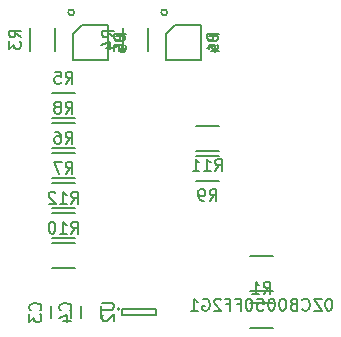
<source format=gbo>
G04 #@! TF.FileFunction,Legend,Bot*
%FSLAX46Y46*%
G04 Gerber Fmt 4.6, Leading zero omitted, Abs format (unit mm)*
G04 Created by KiCad (PCBNEW 4.0.2-4+6225~38~ubuntu14.04.1-stable) date Mon 25 Apr 2016 04:48:21 PM EDT*
%MOMM*%
G01*
G04 APERTURE LIST*
%ADD10C,0.100000*%
%ADD11C,0.150000*%
%ADD12C,0.203200*%
%ADD13C,0.152400*%
G04 APERTURE END LIST*
D10*
D11*
X180070000Y-101649000D02*
X178070000Y-101649000D01*
X178070000Y-104599000D02*
X180070000Y-104599000D01*
X161202000Y-106926000D02*
X161202000Y-105926000D01*
X162902000Y-105926000D02*
X162902000Y-106926000D01*
X163742000Y-106926000D02*
X163742000Y-105926000D01*
X165442000Y-105926000D02*
X165442000Y-106926000D01*
X178070000Y-107755000D02*
X180070000Y-107755000D01*
X180070000Y-105605000D02*
X178070000Y-105605000D01*
X161603000Y-84312000D02*
X161603000Y-82312000D01*
X159453000Y-82312000D02*
X159453000Y-84312000D01*
X169477000Y-84312000D02*
X169477000Y-82312000D01*
X167327000Y-82312000D02*
X167327000Y-84312000D01*
X161306000Y-89975000D02*
X163306000Y-89975000D01*
X163306000Y-87825000D02*
X161306000Y-87825000D01*
X161306000Y-95055000D02*
X163306000Y-95055000D01*
X163306000Y-92905000D02*
X161306000Y-92905000D01*
X161306000Y-97595000D02*
X163306000Y-97595000D01*
X163306000Y-95445000D02*
X161306000Y-95445000D01*
X161306000Y-92515000D02*
X163306000Y-92515000D01*
X163306000Y-90365000D02*
X161306000Y-90365000D01*
X175498000Y-93159000D02*
X173498000Y-93159000D01*
X173498000Y-95309000D02*
X175498000Y-95309000D01*
X161306000Y-102675000D02*
X163306000Y-102675000D01*
X163306000Y-100525000D02*
X161306000Y-100525000D01*
X175498000Y-90619000D02*
X173498000Y-90619000D01*
X173498000Y-92769000D02*
X175498000Y-92769000D01*
X161306000Y-100135000D02*
X163306000Y-100135000D01*
X163306000Y-97985000D02*
X161306000Y-97985000D01*
X167056000Y-106126000D02*
G75*
G03X167056000Y-106126000I-100000J0D01*
G01*
X167206000Y-106676000D02*
X167206000Y-106176000D01*
X170106000Y-106676000D02*
X167206000Y-106676000D01*
X170106000Y-106176000D02*
X170106000Y-106676000D01*
X167206000Y-106176000D02*
X170106000Y-106176000D01*
D12*
X163195000Y-81026000D02*
G75*
G03X163195000Y-81026000I-254000J0D01*
G01*
X164092000Y-82066000D02*
X163892000Y-82066000D01*
X163892000Y-82066000D02*
X163092000Y-82866000D01*
X163092000Y-82866000D02*
X163092000Y-83066000D01*
X166092000Y-82066000D02*
X164092000Y-82066000D01*
X166092000Y-82066000D02*
X166092000Y-85066000D01*
X166092000Y-85066000D02*
X163092000Y-85066000D01*
X163092000Y-85066000D02*
X163092000Y-83066000D01*
X171069000Y-81026000D02*
G75*
G03X171069000Y-81026000I-254000J0D01*
G01*
X171966000Y-82066000D02*
X171766000Y-82066000D01*
X171766000Y-82066000D02*
X170966000Y-82866000D01*
X170966000Y-82866000D02*
X170966000Y-83066000D01*
X173966000Y-82066000D02*
X171966000Y-82066000D01*
X173966000Y-82066000D02*
X173966000Y-85066000D01*
X173966000Y-85066000D02*
X170966000Y-85066000D01*
X170966000Y-85066000D02*
X170966000Y-83066000D01*
D11*
X184808096Y-105276381D02*
X184712857Y-105276381D01*
X184617619Y-105324000D01*
X184570000Y-105371619D01*
X184522381Y-105466857D01*
X184474762Y-105657333D01*
X184474762Y-105895429D01*
X184522381Y-106085905D01*
X184570000Y-106181143D01*
X184617619Y-106228762D01*
X184712857Y-106276381D01*
X184808096Y-106276381D01*
X184903334Y-106228762D01*
X184950953Y-106181143D01*
X184998572Y-106085905D01*
X185046191Y-105895429D01*
X185046191Y-105657333D01*
X184998572Y-105466857D01*
X184950953Y-105371619D01*
X184903334Y-105324000D01*
X184808096Y-105276381D01*
X184141429Y-105276381D02*
X183474762Y-105276381D01*
X184141429Y-106276381D01*
X183474762Y-106276381D01*
X182522381Y-106181143D02*
X182570000Y-106228762D01*
X182712857Y-106276381D01*
X182808095Y-106276381D01*
X182950953Y-106228762D01*
X183046191Y-106133524D01*
X183093810Y-106038286D01*
X183141429Y-105847810D01*
X183141429Y-105704952D01*
X183093810Y-105514476D01*
X183046191Y-105419238D01*
X182950953Y-105324000D01*
X182808095Y-105276381D01*
X182712857Y-105276381D01*
X182570000Y-105324000D01*
X182522381Y-105371619D01*
X181760476Y-105752571D02*
X181617619Y-105800190D01*
X181570000Y-105847810D01*
X181522381Y-105943048D01*
X181522381Y-106085905D01*
X181570000Y-106181143D01*
X181617619Y-106228762D01*
X181712857Y-106276381D01*
X182093810Y-106276381D01*
X182093810Y-105276381D01*
X181760476Y-105276381D01*
X181665238Y-105324000D01*
X181617619Y-105371619D01*
X181570000Y-105466857D01*
X181570000Y-105562095D01*
X181617619Y-105657333D01*
X181665238Y-105704952D01*
X181760476Y-105752571D01*
X182093810Y-105752571D01*
X180903334Y-105276381D02*
X180808095Y-105276381D01*
X180712857Y-105324000D01*
X180665238Y-105371619D01*
X180617619Y-105466857D01*
X180570000Y-105657333D01*
X180570000Y-105895429D01*
X180617619Y-106085905D01*
X180665238Y-106181143D01*
X180712857Y-106228762D01*
X180808095Y-106276381D01*
X180903334Y-106276381D01*
X180998572Y-106228762D01*
X181046191Y-106181143D01*
X181093810Y-106085905D01*
X181141429Y-105895429D01*
X181141429Y-105657333D01*
X181093810Y-105466857D01*
X181046191Y-105371619D01*
X180998572Y-105324000D01*
X180903334Y-105276381D01*
X179950953Y-105276381D02*
X179855714Y-105276381D01*
X179760476Y-105324000D01*
X179712857Y-105371619D01*
X179665238Y-105466857D01*
X179617619Y-105657333D01*
X179617619Y-105895429D01*
X179665238Y-106085905D01*
X179712857Y-106181143D01*
X179760476Y-106228762D01*
X179855714Y-106276381D01*
X179950953Y-106276381D01*
X180046191Y-106228762D01*
X180093810Y-106181143D01*
X180141429Y-106085905D01*
X180189048Y-105895429D01*
X180189048Y-105657333D01*
X180141429Y-105466857D01*
X180093810Y-105371619D01*
X180046191Y-105324000D01*
X179950953Y-105276381D01*
X178712857Y-105276381D02*
X179189048Y-105276381D01*
X179236667Y-105752571D01*
X179189048Y-105704952D01*
X179093810Y-105657333D01*
X178855714Y-105657333D01*
X178760476Y-105704952D01*
X178712857Y-105752571D01*
X178665238Y-105847810D01*
X178665238Y-106085905D01*
X178712857Y-106181143D01*
X178760476Y-106228762D01*
X178855714Y-106276381D01*
X179093810Y-106276381D01*
X179189048Y-106228762D01*
X179236667Y-106181143D01*
X178046191Y-105276381D02*
X177950952Y-105276381D01*
X177855714Y-105324000D01*
X177808095Y-105371619D01*
X177760476Y-105466857D01*
X177712857Y-105657333D01*
X177712857Y-105895429D01*
X177760476Y-106085905D01*
X177808095Y-106181143D01*
X177855714Y-106228762D01*
X177950952Y-106276381D01*
X178046191Y-106276381D01*
X178141429Y-106228762D01*
X178189048Y-106181143D01*
X178236667Y-106085905D01*
X178284286Y-105895429D01*
X178284286Y-105657333D01*
X178236667Y-105466857D01*
X178189048Y-105371619D01*
X178141429Y-105324000D01*
X178046191Y-105276381D01*
X176950952Y-105752571D02*
X177284286Y-105752571D01*
X177284286Y-106276381D02*
X177284286Y-105276381D01*
X176808095Y-105276381D01*
X176093809Y-105752571D02*
X176427143Y-105752571D01*
X176427143Y-106276381D02*
X176427143Y-105276381D01*
X175950952Y-105276381D01*
X175617619Y-105371619D02*
X175570000Y-105324000D01*
X175474762Y-105276381D01*
X175236666Y-105276381D01*
X175141428Y-105324000D01*
X175093809Y-105371619D01*
X175046190Y-105466857D01*
X175046190Y-105562095D01*
X175093809Y-105704952D01*
X175665238Y-106276381D01*
X175046190Y-106276381D01*
X174093809Y-105324000D02*
X174189047Y-105276381D01*
X174331904Y-105276381D01*
X174474762Y-105324000D01*
X174570000Y-105419238D01*
X174617619Y-105514476D01*
X174665238Y-105704952D01*
X174665238Y-105847810D01*
X174617619Y-106038286D01*
X174570000Y-106133524D01*
X174474762Y-106228762D01*
X174331904Y-106276381D01*
X174236666Y-106276381D01*
X174093809Y-106228762D01*
X174046190Y-106181143D01*
X174046190Y-105847810D01*
X174236666Y-105847810D01*
X173093809Y-106276381D02*
X173665238Y-106276381D01*
X173379524Y-106276381D02*
X173379524Y-105276381D01*
X173474762Y-105419238D01*
X173570000Y-105514476D01*
X173665238Y-105562095D01*
X160309143Y-106259334D02*
X160356762Y-106211715D01*
X160404381Y-106068858D01*
X160404381Y-105973620D01*
X160356762Y-105830762D01*
X160261524Y-105735524D01*
X160166286Y-105687905D01*
X159975810Y-105640286D01*
X159832952Y-105640286D01*
X159642476Y-105687905D01*
X159547238Y-105735524D01*
X159452000Y-105830762D01*
X159404381Y-105973620D01*
X159404381Y-106068858D01*
X159452000Y-106211715D01*
X159499619Y-106259334D01*
X159404381Y-106592667D02*
X159404381Y-107211715D01*
X159785333Y-106878381D01*
X159785333Y-107021239D01*
X159832952Y-107116477D01*
X159880571Y-107164096D01*
X159975810Y-107211715D01*
X160213905Y-107211715D01*
X160309143Y-107164096D01*
X160356762Y-107116477D01*
X160404381Y-107021239D01*
X160404381Y-106735524D01*
X160356762Y-106640286D01*
X160309143Y-106592667D01*
X162849143Y-106259334D02*
X162896762Y-106211715D01*
X162944381Y-106068858D01*
X162944381Y-105973620D01*
X162896762Y-105830762D01*
X162801524Y-105735524D01*
X162706286Y-105687905D01*
X162515810Y-105640286D01*
X162372952Y-105640286D01*
X162182476Y-105687905D01*
X162087238Y-105735524D01*
X161992000Y-105830762D01*
X161944381Y-105973620D01*
X161944381Y-106068858D01*
X161992000Y-106211715D01*
X162039619Y-106259334D01*
X162277714Y-107116477D02*
X162944381Y-107116477D01*
X161896762Y-106878381D02*
X162611048Y-106640286D01*
X162611048Y-107259334D01*
X175458381Y-82827905D02*
X174458381Y-82827905D01*
X174458381Y-83208858D01*
X174506000Y-83304096D01*
X174553619Y-83351715D01*
X174648857Y-83399334D01*
X174791714Y-83399334D01*
X174886952Y-83351715D01*
X174934571Y-83304096D01*
X174982190Y-83208858D01*
X174982190Y-82827905D01*
X174791714Y-84256477D02*
X175458381Y-84256477D01*
X174410762Y-84018381D02*
X175125048Y-83780286D01*
X175125048Y-84399334D01*
X167584381Y-82827905D02*
X166584381Y-82827905D01*
X166584381Y-83208858D01*
X166632000Y-83304096D01*
X166679619Y-83351715D01*
X166774857Y-83399334D01*
X166917714Y-83399334D01*
X167012952Y-83351715D01*
X167060571Y-83304096D01*
X167108190Y-83208858D01*
X167108190Y-82827905D01*
X166584381Y-84304096D02*
X166584381Y-83827905D01*
X167060571Y-83780286D01*
X167012952Y-83827905D01*
X166965333Y-83923143D01*
X166965333Y-84161239D01*
X167012952Y-84256477D01*
X167060571Y-84304096D01*
X167155810Y-84351715D01*
X167393905Y-84351715D01*
X167489143Y-84304096D01*
X167536762Y-84256477D01*
X167584381Y-84161239D01*
X167584381Y-83923143D01*
X167536762Y-83827905D01*
X167489143Y-83780286D01*
X179236666Y-104832381D02*
X179570000Y-104356190D01*
X179808095Y-104832381D02*
X179808095Y-103832381D01*
X179427142Y-103832381D01*
X179331904Y-103880000D01*
X179284285Y-103927619D01*
X179236666Y-104022857D01*
X179236666Y-104165714D01*
X179284285Y-104260952D01*
X179331904Y-104308571D01*
X179427142Y-104356190D01*
X179808095Y-104356190D01*
X178284285Y-104832381D02*
X178855714Y-104832381D01*
X178570000Y-104832381D02*
X178570000Y-103832381D01*
X178665238Y-103975238D01*
X178760476Y-104070476D01*
X178855714Y-104118095D01*
X158680381Y-83145334D02*
X158204190Y-82812000D01*
X158680381Y-82573905D02*
X157680381Y-82573905D01*
X157680381Y-82954858D01*
X157728000Y-83050096D01*
X157775619Y-83097715D01*
X157870857Y-83145334D01*
X158013714Y-83145334D01*
X158108952Y-83097715D01*
X158156571Y-83050096D01*
X158204190Y-82954858D01*
X158204190Y-82573905D01*
X157680381Y-83478667D02*
X157680381Y-84097715D01*
X158061333Y-83764381D01*
X158061333Y-83907239D01*
X158108952Y-84002477D01*
X158156571Y-84050096D01*
X158251810Y-84097715D01*
X158489905Y-84097715D01*
X158585143Y-84050096D01*
X158632762Y-84002477D01*
X158680381Y-83907239D01*
X158680381Y-83621524D01*
X158632762Y-83526286D01*
X158585143Y-83478667D01*
X166554381Y-83145334D02*
X166078190Y-82812000D01*
X166554381Y-82573905D02*
X165554381Y-82573905D01*
X165554381Y-82954858D01*
X165602000Y-83050096D01*
X165649619Y-83097715D01*
X165744857Y-83145334D01*
X165887714Y-83145334D01*
X165982952Y-83097715D01*
X166030571Y-83050096D01*
X166078190Y-82954858D01*
X166078190Y-82573905D01*
X165887714Y-84002477D02*
X166554381Y-84002477D01*
X165506762Y-83764381D02*
X166221048Y-83526286D01*
X166221048Y-84145334D01*
X162472666Y-87052381D02*
X162806000Y-86576190D01*
X163044095Y-87052381D02*
X163044095Y-86052381D01*
X162663142Y-86052381D01*
X162567904Y-86100000D01*
X162520285Y-86147619D01*
X162472666Y-86242857D01*
X162472666Y-86385714D01*
X162520285Y-86480952D01*
X162567904Y-86528571D01*
X162663142Y-86576190D01*
X163044095Y-86576190D01*
X161567904Y-86052381D02*
X162044095Y-86052381D01*
X162091714Y-86528571D01*
X162044095Y-86480952D01*
X161948857Y-86433333D01*
X161710761Y-86433333D01*
X161615523Y-86480952D01*
X161567904Y-86528571D01*
X161520285Y-86623810D01*
X161520285Y-86861905D01*
X161567904Y-86957143D01*
X161615523Y-87004762D01*
X161710761Y-87052381D01*
X161948857Y-87052381D01*
X162044095Y-87004762D01*
X162091714Y-86957143D01*
X162472666Y-92132381D02*
X162806000Y-91656190D01*
X163044095Y-92132381D02*
X163044095Y-91132381D01*
X162663142Y-91132381D01*
X162567904Y-91180000D01*
X162520285Y-91227619D01*
X162472666Y-91322857D01*
X162472666Y-91465714D01*
X162520285Y-91560952D01*
X162567904Y-91608571D01*
X162663142Y-91656190D01*
X163044095Y-91656190D01*
X161615523Y-91132381D02*
X161806000Y-91132381D01*
X161901238Y-91180000D01*
X161948857Y-91227619D01*
X162044095Y-91370476D01*
X162091714Y-91560952D01*
X162091714Y-91941905D01*
X162044095Y-92037143D01*
X161996476Y-92084762D01*
X161901238Y-92132381D01*
X161710761Y-92132381D01*
X161615523Y-92084762D01*
X161567904Y-92037143D01*
X161520285Y-91941905D01*
X161520285Y-91703810D01*
X161567904Y-91608571D01*
X161615523Y-91560952D01*
X161710761Y-91513333D01*
X161901238Y-91513333D01*
X161996476Y-91560952D01*
X162044095Y-91608571D01*
X162091714Y-91703810D01*
X162472666Y-94672381D02*
X162806000Y-94196190D01*
X163044095Y-94672381D02*
X163044095Y-93672381D01*
X162663142Y-93672381D01*
X162567904Y-93720000D01*
X162520285Y-93767619D01*
X162472666Y-93862857D01*
X162472666Y-94005714D01*
X162520285Y-94100952D01*
X162567904Y-94148571D01*
X162663142Y-94196190D01*
X163044095Y-94196190D01*
X162139333Y-93672381D02*
X161472666Y-93672381D01*
X161901238Y-94672381D01*
X162472666Y-89592381D02*
X162806000Y-89116190D01*
X163044095Y-89592381D02*
X163044095Y-88592381D01*
X162663142Y-88592381D01*
X162567904Y-88640000D01*
X162520285Y-88687619D01*
X162472666Y-88782857D01*
X162472666Y-88925714D01*
X162520285Y-89020952D01*
X162567904Y-89068571D01*
X162663142Y-89116190D01*
X163044095Y-89116190D01*
X161901238Y-89020952D02*
X161996476Y-88973333D01*
X162044095Y-88925714D01*
X162091714Y-88830476D01*
X162091714Y-88782857D01*
X162044095Y-88687619D01*
X161996476Y-88640000D01*
X161901238Y-88592381D01*
X161710761Y-88592381D01*
X161615523Y-88640000D01*
X161567904Y-88687619D01*
X161520285Y-88782857D01*
X161520285Y-88830476D01*
X161567904Y-88925714D01*
X161615523Y-88973333D01*
X161710761Y-89020952D01*
X161901238Y-89020952D01*
X161996476Y-89068571D01*
X162044095Y-89116190D01*
X162091714Y-89211429D01*
X162091714Y-89401905D01*
X162044095Y-89497143D01*
X161996476Y-89544762D01*
X161901238Y-89592381D01*
X161710761Y-89592381D01*
X161615523Y-89544762D01*
X161567904Y-89497143D01*
X161520285Y-89401905D01*
X161520285Y-89211429D01*
X161567904Y-89116190D01*
X161615523Y-89068571D01*
X161710761Y-89020952D01*
X174664666Y-96986381D02*
X174998000Y-96510190D01*
X175236095Y-96986381D02*
X175236095Y-95986381D01*
X174855142Y-95986381D01*
X174759904Y-96034000D01*
X174712285Y-96081619D01*
X174664666Y-96176857D01*
X174664666Y-96319714D01*
X174712285Y-96414952D01*
X174759904Y-96462571D01*
X174855142Y-96510190D01*
X175236095Y-96510190D01*
X174188476Y-96986381D02*
X173998000Y-96986381D01*
X173902761Y-96938762D01*
X173855142Y-96891143D01*
X173759904Y-96748286D01*
X173712285Y-96557810D01*
X173712285Y-96176857D01*
X173759904Y-96081619D01*
X173807523Y-96034000D01*
X173902761Y-95986381D01*
X174093238Y-95986381D01*
X174188476Y-96034000D01*
X174236095Y-96081619D01*
X174283714Y-96176857D01*
X174283714Y-96414952D01*
X174236095Y-96510190D01*
X174188476Y-96557810D01*
X174093238Y-96605429D01*
X173902761Y-96605429D01*
X173807523Y-96557810D01*
X173759904Y-96510190D01*
X173712285Y-96414952D01*
X162948857Y-99752381D02*
X163282191Y-99276190D01*
X163520286Y-99752381D02*
X163520286Y-98752381D01*
X163139333Y-98752381D01*
X163044095Y-98800000D01*
X162996476Y-98847619D01*
X162948857Y-98942857D01*
X162948857Y-99085714D01*
X162996476Y-99180952D01*
X163044095Y-99228571D01*
X163139333Y-99276190D01*
X163520286Y-99276190D01*
X161996476Y-99752381D02*
X162567905Y-99752381D01*
X162282191Y-99752381D02*
X162282191Y-98752381D01*
X162377429Y-98895238D01*
X162472667Y-98990476D01*
X162567905Y-99038095D01*
X161377429Y-98752381D02*
X161282190Y-98752381D01*
X161186952Y-98800000D01*
X161139333Y-98847619D01*
X161091714Y-98942857D01*
X161044095Y-99133333D01*
X161044095Y-99371429D01*
X161091714Y-99561905D01*
X161139333Y-99657143D01*
X161186952Y-99704762D01*
X161282190Y-99752381D01*
X161377429Y-99752381D01*
X161472667Y-99704762D01*
X161520286Y-99657143D01*
X161567905Y-99561905D01*
X161615524Y-99371429D01*
X161615524Y-99133333D01*
X161567905Y-98942857D01*
X161520286Y-98847619D01*
X161472667Y-98800000D01*
X161377429Y-98752381D01*
X175140857Y-94446381D02*
X175474191Y-93970190D01*
X175712286Y-94446381D02*
X175712286Y-93446381D01*
X175331333Y-93446381D01*
X175236095Y-93494000D01*
X175188476Y-93541619D01*
X175140857Y-93636857D01*
X175140857Y-93779714D01*
X175188476Y-93874952D01*
X175236095Y-93922571D01*
X175331333Y-93970190D01*
X175712286Y-93970190D01*
X174188476Y-94446381D02*
X174759905Y-94446381D01*
X174474191Y-94446381D02*
X174474191Y-93446381D01*
X174569429Y-93589238D01*
X174664667Y-93684476D01*
X174759905Y-93732095D01*
X173236095Y-94446381D02*
X173807524Y-94446381D01*
X173521810Y-94446381D02*
X173521810Y-93446381D01*
X173617048Y-93589238D01*
X173712286Y-93684476D01*
X173807524Y-93732095D01*
X162948857Y-97212381D02*
X163282191Y-96736190D01*
X163520286Y-97212381D02*
X163520286Y-96212381D01*
X163139333Y-96212381D01*
X163044095Y-96260000D01*
X162996476Y-96307619D01*
X162948857Y-96402857D01*
X162948857Y-96545714D01*
X162996476Y-96640952D01*
X163044095Y-96688571D01*
X163139333Y-96736190D01*
X163520286Y-96736190D01*
X161996476Y-97212381D02*
X162567905Y-97212381D01*
X162282191Y-97212381D02*
X162282191Y-96212381D01*
X162377429Y-96355238D01*
X162472667Y-96450476D01*
X162567905Y-96498095D01*
X161615524Y-96307619D02*
X161567905Y-96260000D01*
X161472667Y-96212381D01*
X161234571Y-96212381D01*
X161139333Y-96260000D01*
X161091714Y-96307619D01*
X161044095Y-96402857D01*
X161044095Y-96498095D01*
X161091714Y-96640952D01*
X161663143Y-97212381D01*
X161044095Y-97212381D01*
X165558381Y-105614095D02*
X166367905Y-105614095D01*
X166463143Y-105661714D01*
X166510762Y-105709333D01*
X166558381Y-105804571D01*
X166558381Y-105995048D01*
X166510762Y-106090286D01*
X166463143Y-106137905D01*
X166367905Y-106185524D01*
X165558381Y-106185524D01*
X165653619Y-106614095D02*
X165606000Y-106661714D01*
X165558381Y-106756952D01*
X165558381Y-106995048D01*
X165606000Y-107090286D01*
X165653619Y-107137905D01*
X165748857Y-107185524D01*
X165844095Y-107185524D01*
X165986952Y-107137905D01*
X166558381Y-106566476D01*
X166558381Y-107185524D01*
D13*
X166714714Y-82985429D02*
X167331571Y-82985429D01*
X167404143Y-83021714D01*
X167440429Y-83058000D01*
X167476714Y-83130571D01*
X167476714Y-83275714D01*
X167440429Y-83348286D01*
X167404143Y-83384571D01*
X167331571Y-83420857D01*
X166714714Y-83420857D01*
X166968714Y-84110286D02*
X167476714Y-84110286D01*
X166678429Y-83928857D02*
X167222714Y-83747429D01*
X167222714Y-84219143D01*
X174588714Y-82985429D02*
X175205571Y-82985429D01*
X175278143Y-83021714D01*
X175314429Y-83058000D01*
X175350714Y-83130571D01*
X175350714Y-83275714D01*
X175314429Y-83348286D01*
X175278143Y-83384571D01*
X175205571Y-83420857D01*
X174588714Y-83420857D01*
X174588714Y-84146572D02*
X174588714Y-83783715D01*
X174951571Y-83747429D01*
X174915286Y-83783715D01*
X174879000Y-83856286D01*
X174879000Y-84037715D01*
X174915286Y-84110286D01*
X174951571Y-84146572D01*
X175024143Y-84182857D01*
X175205571Y-84182857D01*
X175278143Y-84146572D01*
X175314429Y-84110286D01*
X175350714Y-84037715D01*
X175350714Y-83856286D01*
X175314429Y-83783715D01*
X175278143Y-83747429D01*
M02*

</source>
